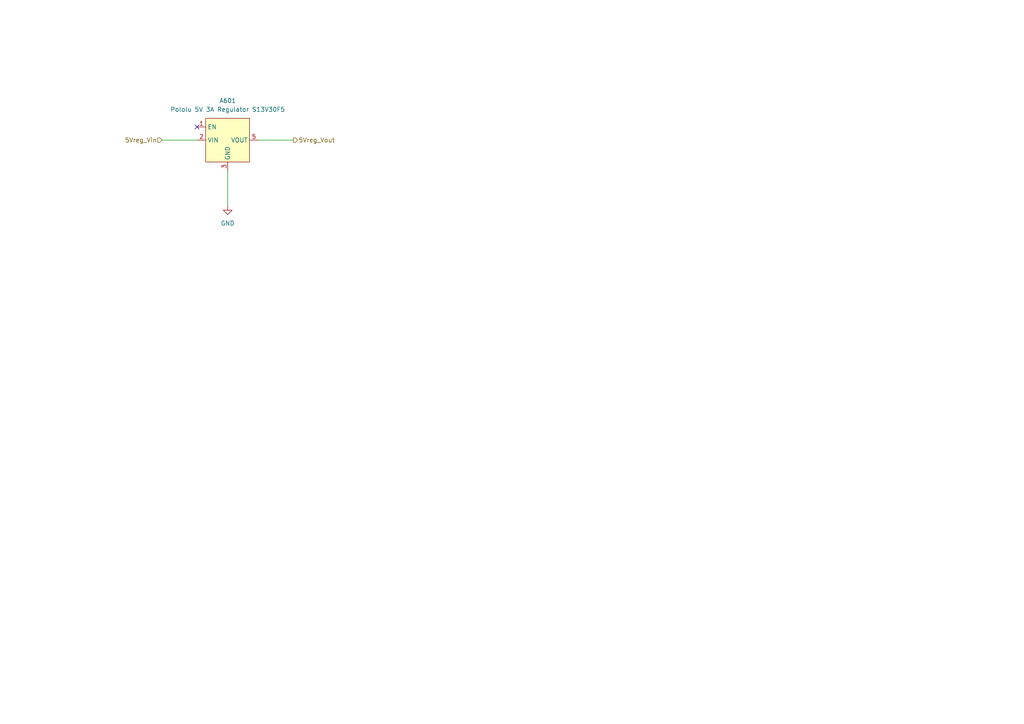
<source format=kicad_sch>
(kicad_sch (version 20250114) (generator "eeschema") (generator_version "9.0")
  (paper "A4")
  (lib_symbols
    (symbol "GTMRG-Boards:Pololu_S13V30F5"
      (property "Reference" "A" (at 0 10.414 0))
      (property "Value" "Pololu 5V 3A Regulator S13V30F5" (at 0 8.382 0))
      (symbol "Pololu_S13V30F5_1_1"
        (rectangle (start -6.35 6.35) (end 6.35 -6.35) (fill (type background)))
        (pin input line (at -8.89 3.81 0) (length 2.54) (name "EN") (number "1"))
        (pin power_in line (at -8.89 0 0) (length 2.54) (name "VIN") (number "2"))
        (pin power_in line (at 0 -8.89 90) (length 2.54) (name "GND") (number "3"))
        (pin power_in line (at 0 -8.89 90) (length 2.54) (hide yes) (name "GND") (number "4"))
        (pin power_out line (at 8.89 0 180) (length 2.54) (name "VOUT") (number "5"))
      )
    )
    (symbol "power:GND" (power) (pin_numbers (hide yes)) (pin_names (offset 0) (hide yes))
      (property "Value" "GND" (at 0 -3.81 0))
      (symbol "GND_0_1"
        (polyline (pts (xy 0 0) (xy 0 -1.27) (xy 1.27 -1.27) (xy 0 -2.54) (xy -1.27 -1.27) (xy 0 -1.27)))
      )
      (symbol "GND_1_1"
        (pin power_in line (at 0 0 270) (length 0) (name "~") (number "1"))
      )
    )
  )
  (no_connect (at 57.15 36.83))
  (wire (pts (xy 46.99 40.64) (xy 57.15 40.64)))
  (wire (pts (xy 66.04 49.53) (xy 66.04 59.69)))
  (wire (pts (xy 74.93 40.64) (xy 85.09 40.64)))
  (hierarchical_label "5Vreg_Vout" (shape output) (at 85.09 40.64 0))
  (hierarchical_label "5Vreg_Vin" (shape input) (at 46.99 40.64 180))
  (symbol (lib_id "power:GND") (at 66.04 59.69 0) (unit 1)
    (property "Reference" "#PWR0601" (effects (hide yes)))
    (property "Value" "GND" (at 66.04 64.77 0))
    (property "Description" "Power symbol creates a global label with name \"GND\" , ground" (effects (hide yes)))
  )
  (symbol (lib_id "GTMRG-Boards:Pololu_S13V30F5") (at 66.04 40.64 0) (unit 1)
    (property "Reference" "A601" (at 66.04 29.21 0))
    (property "Value" "Pololu 5V 3A Regulator S13V30F5" (at 66.04 31.75 0))
    (property "Footprint" "GTMRG_Footprints:Pololu_S13V30F5" (effects (hide yes)))
    (property "Datasheet" "https://www.pololu.com/product/4082" (effects (hide yes)))
  )
)
</source>
